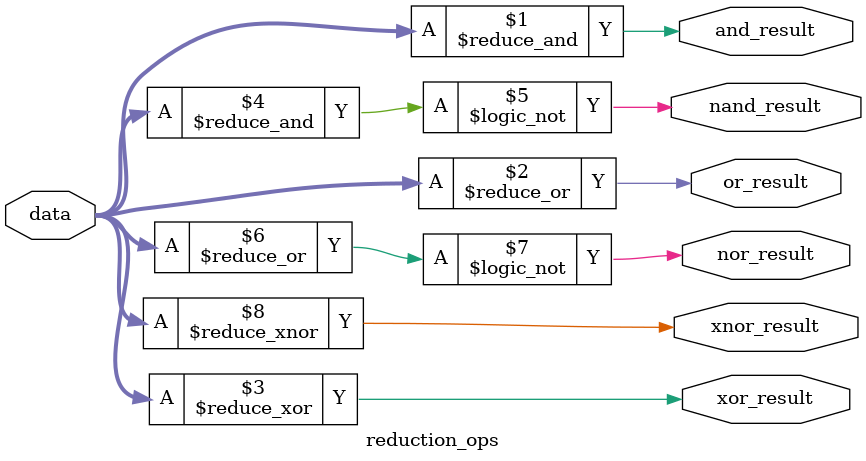
<source format=v>
module reduction_ops(
    input [7:0] data,
    output wire and_result,
    output wire or_result,
    output wire xor_result,
    output wire nand_result,
    output wire nor_result,
    output wire xnor_result
);
    assign and_result = &data;   // All bits must be 1
    assign or_result = |data;    // Any bit is 1
    assign xor_result = ^data;   // Odd number of 1s
    assign nand_result = ~&data; // NOT of AND reduction
    assign nor_result = ~|data;  // NOT of OR reduction
    assign xnor_result = ~^data; // NOT of XOR reduction
endmodule

</source>
